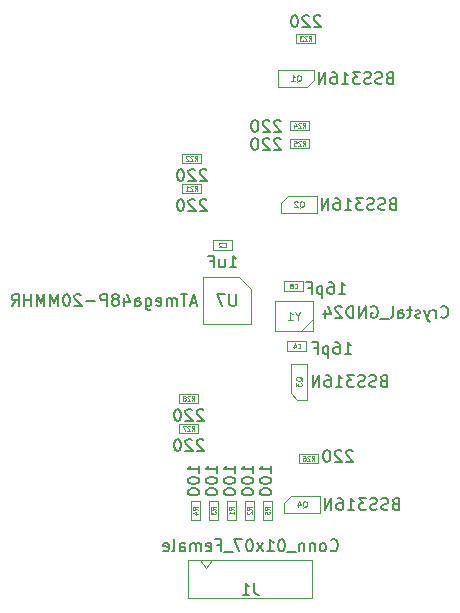
<source format=gbr>
%TF.GenerationSoftware,KiCad,Pcbnew,5.1.9-73d0e3b20d~88~ubuntu20.04.1*%
%TF.CreationDate,2021-03-05T17:28:59-06:00*%
%TF.ProjectId,portalgun-display,706f7274-616c-4677-956e-2d646973706c,rev?*%
%TF.SameCoordinates,Original*%
%TF.FileFunction,Other,Fab,Bot*%
%FSLAX46Y46*%
G04 Gerber Fmt 4.6, Leading zero omitted, Abs format (unit mm)*
G04 Created by KiCad (PCBNEW 5.1.9-73d0e3b20d~88~ubuntu20.04.1) date 2021-03-05 17:28:59*
%MOMM*%
%LPD*%
G01*
G04 APERTURE LIST*
%ADD10C,0.100000*%
%ADD11C,0.150000*%
%ADD12C,0.075000*%
%ADD13C,0.060000*%
%ADD14C,0.105000*%
G04 APERTURE END LIST*
D10*
%TO.C,Q4*%
X134304700Y-118509000D02*
X134304700Y-119909000D01*
X131264700Y-119909000D02*
X134304700Y-119909000D01*
X131834700Y-118509000D02*
X131264700Y-119059000D01*
X131264700Y-119059000D02*
X131264700Y-119909000D01*
X131834700Y-118509000D02*
X134284700Y-118509000D01*
%TO.C,Q3*%
X131830700Y-107275000D02*
X133230700Y-107275000D01*
X133230700Y-110315000D02*
X133230700Y-107275000D01*
X131830700Y-109745000D02*
X132380700Y-110315000D01*
X132380700Y-110315000D02*
X133230700Y-110315000D01*
X131830700Y-109745000D02*
X131830700Y-107295000D01*
%TO.C,Q2*%
X134050700Y-93109000D02*
X134050700Y-94509000D01*
X131010700Y-94509000D02*
X134050700Y-94509000D01*
X131580700Y-93109000D02*
X131010700Y-93659000D01*
X131010700Y-93659000D02*
X131010700Y-94509000D01*
X131580700Y-93109000D02*
X134030700Y-93109000D01*
%TO.C,Q1*%
X130756700Y-83841000D02*
X130756700Y-82441000D01*
X133796700Y-82441000D02*
X130756700Y-82441000D01*
X133226700Y-83841000D02*
X133796700Y-83291000D01*
X133796700Y-83291000D02*
X133796700Y-82441000D01*
X133226700Y-83841000D02*
X130776700Y-83841000D01*
%TO.C,R5*%
X130276200Y-120517000D02*
X130276200Y-118917000D01*
X129451200Y-120517000D02*
X130276200Y-120517000D01*
X129451200Y-118917000D02*
X129451200Y-120517000D01*
X130276200Y-118917000D02*
X129451200Y-118917000D01*
%TO.C,J1*%
X124656700Y-124608107D02*
X125156700Y-123901000D01*
X124156700Y-123901000D02*
X124656700Y-124608107D01*
X133656700Y-127101000D02*
X123156700Y-127101000D01*
X133656700Y-123901000D02*
X133656700Y-127101000D01*
X123156700Y-123901000D02*
X133656700Y-123901000D01*
X123156700Y-127101000D02*
X123156700Y-123901000D01*
%TO.C,Y1*%
X133680000Y-102001000D02*
X133680000Y-104501000D01*
X133680000Y-104501000D02*
X130480000Y-104501000D01*
X130480000Y-104501000D02*
X130480000Y-102001000D01*
X130480000Y-102001000D02*
X133680000Y-102001000D01*
X133680000Y-103501000D02*
X132680000Y-104501000D01*
%TO.C,U7*%
X127434700Y-99937000D02*
X124434700Y-99937000D01*
X124434700Y-99937000D02*
X124434700Y-103937000D01*
X124434700Y-103937000D02*
X128434700Y-103937000D01*
X128434700Y-103937000D02*
X128434700Y-100937000D01*
X128434700Y-100937000D02*
X127434700Y-99937000D01*
%TO.C,R28*%
X123990000Y-110648500D02*
X123990000Y-109823500D01*
X123990000Y-109823500D02*
X122390000Y-109823500D01*
X122390000Y-109823500D02*
X122390000Y-110648500D01*
X122390000Y-110648500D02*
X123990000Y-110648500D01*
%TO.C,R27*%
X123990000Y-113188500D02*
X123990000Y-112363500D01*
X123990000Y-112363500D02*
X122390000Y-112363500D01*
X122390000Y-112363500D02*
X122390000Y-113188500D01*
X122390000Y-113188500D02*
X123990000Y-113188500D01*
%TO.C,R26*%
X132550000Y-114903500D02*
X132550000Y-115728500D01*
X132550000Y-115728500D02*
X134150000Y-115728500D01*
X134150000Y-115728500D02*
X134150000Y-114903500D01*
X134150000Y-114903500D02*
X132550000Y-114903500D01*
%TO.C,R25*%
X131788000Y-88233500D02*
X131788000Y-89058500D01*
X131788000Y-89058500D02*
X133388000Y-89058500D01*
X133388000Y-89058500D02*
X133388000Y-88233500D01*
X133388000Y-88233500D02*
X131788000Y-88233500D01*
%TO.C,R24*%
X131788000Y-86709500D02*
X131788000Y-87534500D01*
X131788000Y-87534500D02*
X133388000Y-87534500D01*
X133388000Y-87534500D02*
X133388000Y-86709500D01*
X133388000Y-86709500D02*
X131788000Y-86709500D01*
%TO.C,R23*%
X132296000Y-79343500D02*
X132296000Y-80168500D01*
X132296000Y-80168500D02*
X133896000Y-80168500D01*
X133896000Y-80168500D02*
X133896000Y-79343500D01*
X133896000Y-79343500D02*
X132296000Y-79343500D01*
%TO.C,R22*%
X124244000Y-90328500D02*
X124244000Y-89503500D01*
X124244000Y-89503500D02*
X122644000Y-89503500D01*
X122644000Y-89503500D02*
X122644000Y-90328500D01*
X122644000Y-90328500D02*
X124244000Y-90328500D01*
%TO.C,R21*%
X124244000Y-92868500D02*
X124244000Y-92043500D01*
X124244000Y-92043500D02*
X122644000Y-92043500D01*
X122644000Y-92043500D02*
X122644000Y-92868500D01*
X122644000Y-92868500D02*
X124244000Y-92868500D01*
%TO.C,R4*%
X124180200Y-118917000D02*
X123355200Y-118917000D01*
X123355200Y-118917000D02*
X123355200Y-120517000D01*
X123355200Y-120517000D02*
X124180200Y-120517000D01*
X124180200Y-120517000D02*
X124180200Y-118917000D01*
%TO.C,R3*%
X125704200Y-118917000D02*
X124879200Y-118917000D01*
X124879200Y-118917000D02*
X124879200Y-120517000D01*
X124879200Y-120517000D02*
X125704200Y-120517000D01*
X125704200Y-120517000D02*
X125704200Y-118917000D01*
%TO.C,R2*%
X128752200Y-118917000D02*
X127927200Y-118917000D01*
X127927200Y-118917000D02*
X127927200Y-120517000D01*
X127927200Y-120517000D02*
X128752200Y-120517000D01*
X128752200Y-120517000D02*
X128752200Y-118917000D01*
%TO.C,R1*%
X127228200Y-118917000D02*
X126403200Y-118917000D01*
X126403200Y-118917000D02*
X126403200Y-120517000D01*
X126403200Y-120517000D02*
X127228200Y-120517000D01*
X127228200Y-120517000D02*
X127228200Y-118917000D01*
%TO.C,C8*%
X131280000Y-100311000D02*
X131280000Y-101111000D01*
X131280000Y-101111000D02*
X132880000Y-101111000D01*
X132880000Y-101111000D02*
X132880000Y-100311000D01*
X132880000Y-100311000D02*
X131280000Y-100311000D01*
%TO.C,C4*%
X133134000Y-106191000D02*
X133134000Y-105391000D01*
X133134000Y-105391000D02*
X131534000Y-105391000D01*
X131534000Y-105391000D02*
X131534000Y-106191000D01*
X131534000Y-106191000D02*
X133134000Y-106191000D01*
%TO.C,C2*%
X126853700Y-97638000D02*
X126853700Y-96838000D01*
X126853700Y-96838000D02*
X125253700Y-96838000D01*
X125253700Y-96838000D02*
X125253700Y-97638000D01*
X125253700Y-97638000D02*
X126853700Y-97638000D01*
%TD*%
%TO.C,Q4*%
D11*
X140698033Y-119137571D02*
X140555176Y-119185190D01*
X140507557Y-119232809D01*
X140459938Y-119328047D01*
X140459938Y-119470904D01*
X140507557Y-119566142D01*
X140555176Y-119613761D01*
X140650414Y-119661380D01*
X141031366Y-119661380D01*
X141031366Y-118661380D01*
X140698033Y-118661380D01*
X140602795Y-118709000D01*
X140555176Y-118756619D01*
X140507557Y-118851857D01*
X140507557Y-118947095D01*
X140555176Y-119042333D01*
X140602795Y-119089952D01*
X140698033Y-119137571D01*
X141031366Y-119137571D01*
X140078985Y-119613761D02*
X139936128Y-119661380D01*
X139698033Y-119661380D01*
X139602795Y-119613761D01*
X139555176Y-119566142D01*
X139507557Y-119470904D01*
X139507557Y-119375666D01*
X139555176Y-119280428D01*
X139602795Y-119232809D01*
X139698033Y-119185190D01*
X139888509Y-119137571D01*
X139983747Y-119089952D01*
X140031366Y-119042333D01*
X140078985Y-118947095D01*
X140078985Y-118851857D01*
X140031366Y-118756619D01*
X139983747Y-118709000D01*
X139888509Y-118661380D01*
X139650414Y-118661380D01*
X139507557Y-118709000D01*
X139126604Y-119613761D02*
X138983747Y-119661380D01*
X138745652Y-119661380D01*
X138650414Y-119613761D01*
X138602795Y-119566142D01*
X138555176Y-119470904D01*
X138555176Y-119375666D01*
X138602795Y-119280428D01*
X138650414Y-119232809D01*
X138745652Y-119185190D01*
X138936128Y-119137571D01*
X139031366Y-119089952D01*
X139078985Y-119042333D01*
X139126604Y-118947095D01*
X139126604Y-118851857D01*
X139078985Y-118756619D01*
X139031366Y-118709000D01*
X138936128Y-118661380D01*
X138698033Y-118661380D01*
X138555176Y-118709000D01*
X138221842Y-118661380D02*
X137602795Y-118661380D01*
X137936128Y-119042333D01*
X137793271Y-119042333D01*
X137698033Y-119089952D01*
X137650414Y-119137571D01*
X137602795Y-119232809D01*
X137602795Y-119470904D01*
X137650414Y-119566142D01*
X137698033Y-119613761D01*
X137793271Y-119661380D01*
X138078985Y-119661380D01*
X138174223Y-119613761D01*
X138221842Y-119566142D01*
X136650414Y-119661380D02*
X137221842Y-119661380D01*
X136936128Y-119661380D02*
X136936128Y-118661380D01*
X137031366Y-118804238D01*
X137126604Y-118899476D01*
X137221842Y-118947095D01*
X135793271Y-118661380D02*
X135983747Y-118661380D01*
X136078985Y-118709000D01*
X136126604Y-118756619D01*
X136221842Y-118899476D01*
X136269461Y-119089952D01*
X136269461Y-119470904D01*
X136221842Y-119566142D01*
X136174223Y-119613761D01*
X136078985Y-119661380D01*
X135888509Y-119661380D01*
X135793271Y-119613761D01*
X135745652Y-119566142D01*
X135698033Y-119470904D01*
X135698033Y-119232809D01*
X135745652Y-119137571D01*
X135793271Y-119089952D01*
X135888509Y-119042333D01*
X136078985Y-119042333D01*
X136174223Y-119089952D01*
X136221842Y-119137571D01*
X136269461Y-119232809D01*
X135269461Y-119661380D02*
X135269461Y-118661380D01*
X134698033Y-119661380D01*
X134698033Y-118661380D01*
D12*
X132832319Y-119482809D02*
X132879938Y-119459000D01*
X132927557Y-119411380D01*
X132998985Y-119339952D01*
X133046604Y-119316142D01*
X133094223Y-119316142D01*
X133070414Y-119435190D02*
X133118033Y-119411380D01*
X133165652Y-119363761D01*
X133189461Y-119268523D01*
X133189461Y-119101857D01*
X133165652Y-119006619D01*
X133118033Y-118959000D01*
X133070414Y-118935190D01*
X132975176Y-118935190D01*
X132927557Y-118959000D01*
X132879938Y-119006619D01*
X132856128Y-119101857D01*
X132856128Y-119268523D01*
X132879938Y-119363761D01*
X132927557Y-119411380D01*
X132975176Y-119435190D01*
X133070414Y-119435190D01*
X132427557Y-119101857D02*
X132427557Y-119435190D01*
X132546604Y-118911380D02*
X132665652Y-119268523D01*
X132356128Y-119268523D01*
%TO.C,Q3*%
D11*
X139682033Y-108723571D02*
X139539176Y-108771190D01*
X139491557Y-108818809D01*
X139443938Y-108914047D01*
X139443938Y-109056904D01*
X139491557Y-109152142D01*
X139539176Y-109199761D01*
X139634414Y-109247380D01*
X140015366Y-109247380D01*
X140015366Y-108247380D01*
X139682033Y-108247380D01*
X139586795Y-108295000D01*
X139539176Y-108342619D01*
X139491557Y-108437857D01*
X139491557Y-108533095D01*
X139539176Y-108628333D01*
X139586795Y-108675952D01*
X139682033Y-108723571D01*
X140015366Y-108723571D01*
X139062985Y-109199761D02*
X138920128Y-109247380D01*
X138682033Y-109247380D01*
X138586795Y-109199761D01*
X138539176Y-109152142D01*
X138491557Y-109056904D01*
X138491557Y-108961666D01*
X138539176Y-108866428D01*
X138586795Y-108818809D01*
X138682033Y-108771190D01*
X138872509Y-108723571D01*
X138967747Y-108675952D01*
X139015366Y-108628333D01*
X139062985Y-108533095D01*
X139062985Y-108437857D01*
X139015366Y-108342619D01*
X138967747Y-108295000D01*
X138872509Y-108247380D01*
X138634414Y-108247380D01*
X138491557Y-108295000D01*
X138110604Y-109199761D02*
X137967747Y-109247380D01*
X137729652Y-109247380D01*
X137634414Y-109199761D01*
X137586795Y-109152142D01*
X137539176Y-109056904D01*
X137539176Y-108961666D01*
X137586795Y-108866428D01*
X137634414Y-108818809D01*
X137729652Y-108771190D01*
X137920128Y-108723571D01*
X138015366Y-108675952D01*
X138062985Y-108628333D01*
X138110604Y-108533095D01*
X138110604Y-108437857D01*
X138062985Y-108342619D01*
X138015366Y-108295000D01*
X137920128Y-108247380D01*
X137682033Y-108247380D01*
X137539176Y-108295000D01*
X137205842Y-108247380D02*
X136586795Y-108247380D01*
X136920128Y-108628333D01*
X136777271Y-108628333D01*
X136682033Y-108675952D01*
X136634414Y-108723571D01*
X136586795Y-108818809D01*
X136586795Y-109056904D01*
X136634414Y-109152142D01*
X136682033Y-109199761D01*
X136777271Y-109247380D01*
X137062985Y-109247380D01*
X137158223Y-109199761D01*
X137205842Y-109152142D01*
X135634414Y-109247380D02*
X136205842Y-109247380D01*
X135920128Y-109247380D02*
X135920128Y-108247380D01*
X136015366Y-108390238D01*
X136110604Y-108485476D01*
X136205842Y-108533095D01*
X134777271Y-108247380D02*
X134967747Y-108247380D01*
X135062985Y-108295000D01*
X135110604Y-108342619D01*
X135205842Y-108485476D01*
X135253461Y-108675952D01*
X135253461Y-109056904D01*
X135205842Y-109152142D01*
X135158223Y-109199761D01*
X135062985Y-109247380D01*
X134872509Y-109247380D01*
X134777271Y-109199761D01*
X134729652Y-109152142D01*
X134682033Y-109056904D01*
X134682033Y-108818809D01*
X134729652Y-108723571D01*
X134777271Y-108675952D01*
X134872509Y-108628333D01*
X135062985Y-108628333D01*
X135158223Y-108675952D01*
X135205842Y-108723571D01*
X135253461Y-108818809D01*
X134253461Y-109247380D02*
X134253461Y-108247380D01*
X133682033Y-109247380D01*
X133682033Y-108247380D01*
D12*
X132804509Y-108747380D02*
X132780700Y-108699761D01*
X132733080Y-108652142D01*
X132661652Y-108580714D01*
X132637842Y-108533095D01*
X132637842Y-108485476D01*
X132756890Y-108509285D02*
X132733080Y-108461666D01*
X132685461Y-108414047D01*
X132590223Y-108390238D01*
X132423557Y-108390238D01*
X132328319Y-108414047D01*
X132280700Y-108461666D01*
X132256890Y-108509285D01*
X132256890Y-108604523D01*
X132280700Y-108652142D01*
X132328319Y-108699761D01*
X132423557Y-108723571D01*
X132590223Y-108723571D01*
X132685461Y-108699761D01*
X132733080Y-108652142D01*
X132756890Y-108604523D01*
X132756890Y-108509285D01*
X132256890Y-108890238D02*
X132256890Y-109199761D01*
X132447366Y-109033095D01*
X132447366Y-109104523D01*
X132471176Y-109152142D01*
X132494985Y-109175952D01*
X132542604Y-109199761D01*
X132661652Y-109199761D01*
X132709271Y-109175952D01*
X132733080Y-109152142D01*
X132756890Y-109104523D01*
X132756890Y-108961666D01*
X132733080Y-108914047D01*
X132709271Y-108890238D01*
%TO.C,Q2*%
D11*
X140444033Y-93737571D02*
X140301176Y-93785190D01*
X140253557Y-93832809D01*
X140205938Y-93928047D01*
X140205938Y-94070904D01*
X140253557Y-94166142D01*
X140301176Y-94213761D01*
X140396414Y-94261380D01*
X140777366Y-94261380D01*
X140777366Y-93261380D01*
X140444033Y-93261380D01*
X140348795Y-93309000D01*
X140301176Y-93356619D01*
X140253557Y-93451857D01*
X140253557Y-93547095D01*
X140301176Y-93642333D01*
X140348795Y-93689952D01*
X140444033Y-93737571D01*
X140777366Y-93737571D01*
X139824985Y-94213761D02*
X139682128Y-94261380D01*
X139444033Y-94261380D01*
X139348795Y-94213761D01*
X139301176Y-94166142D01*
X139253557Y-94070904D01*
X139253557Y-93975666D01*
X139301176Y-93880428D01*
X139348795Y-93832809D01*
X139444033Y-93785190D01*
X139634509Y-93737571D01*
X139729747Y-93689952D01*
X139777366Y-93642333D01*
X139824985Y-93547095D01*
X139824985Y-93451857D01*
X139777366Y-93356619D01*
X139729747Y-93309000D01*
X139634509Y-93261380D01*
X139396414Y-93261380D01*
X139253557Y-93309000D01*
X138872604Y-94213761D02*
X138729747Y-94261380D01*
X138491652Y-94261380D01*
X138396414Y-94213761D01*
X138348795Y-94166142D01*
X138301176Y-94070904D01*
X138301176Y-93975666D01*
X138348795Y-93880428D01*
X138396414Y-93832809D01*
X138491652Y-93785190D01*
X138682128Y-93737571D01*
X138777366Y-93689952D01*
X138824985Y-93642333D01*
X138872604Y-93547095D01*
X138872604Y-93451857D01*
X138824985Y-93356619D01*
X138777366Y-93309000D01*
X138682128Y-93261380D01*
X138444033Y-93261380D01*
X138301176Y-93309000D01*
X137967842Y-93261380D02*
X137348795Y-93261380D01*
X137682128Y-93642333D01*
X137539271Y-93642333D01*
X137444033Y-93689952D01*
X137396414Y-93737571D01*
X137348795Y-93832809D01*
X137348795Y-94070904D01*
X137396414Y-94166142D01*
X137444033Y-94213761D01*
X137539271Y-94261380D01*
X137824985Y-94261380D01*
X137920223Y-94213761D01*
X137967842Y-94166142D01*
X136396414Y-94261380D02*
X136967842Y-94261380D01*
X136682128Y-94261380D02*
X136682128Y-93261380D01*
X136777366Y-93404238D01*
X136872604Y-93499476D01*
X136967842Y-93547095D01*
X135539271Y-93261380D02*
X135729747Y-93261380D01*
X135824985Y-93309000D01*
X135872604Y-93356619D01*
X135967842Y-93499476D01*
X136015461Y-93689952D01*
X136015461Y-94070904D01*
X135967842Y-94166142D01*
X135920223Y-94213761D01*
X135824985Y-94261380D01*
X135634509Y-94261380D01*
X135539271Y-94213761D01*
X135491652Y-94166142D01*
X135444033Y-94070904D01*
X135444033Y-93832809D01*
X135491652Y-93737571D01*
X135539271Y-93689952D01*
X135634509Y-93642333D01*
X135824985Y-93642333D01*
X135920223Y-93689952D01*
X135967842Y-93737571D01*
X136015461Y-93832809D01*
X135015461Y-94261380D02*
X135015461Y-93261380D01*
X134444033Y-94261380D01*
X134444033Y-93261380D01*
D12*
X132578319Y-94082809D02*
X132625938Y-94059000D01*
X132673557Y-94011380D01*
X132744985Y-93939952D01*
X132792604Y-93916142D01*
X132840223Y-93916142D01*
X132816414Y-94035190D02*
X132864033Y-94011380D01*
X132911652Y-93963761D01*
X132935461Y-93868523D01*
X132935461Y-93701857D01*
X132911652Y-93606619D01*
X132864033Y-93559000D01*
X132816414Y-93535190D01*
X132721176Y-93535190D01*
X132673557Y-93559000D01*
X132625938Y-93606619D01*
X132602128Y-93701857D01*
X132602128Y-93868523D01*
X132625938Y-93963761D01*
X132673557Y-94011380D01*
X132721176Y-94035190D01*
X132816414Y-94035190D01*
X132411652Y-93582809D02*
X132387842Y-93559000D01*
X132340223Y-93535190D01*
X132221176Y-93535190D01*
X132173557Y-93559000D01*
X132149747Y-93582809D01*
X132125938Y-93630428D01*
X132125938Y-93678047D01*
X132149747Y-93749476D01*
X132435461Y-94035190D01*
X132125938Y-94035190D01*
%TO.C,Q1*%
D11*
X140190033Y-83069571D02*
X140047176Y-83117190D01*
X139999557Y-83164809D01*
X139951938Y-83260047D01*
X139951938Y-83402904D01*
X139999557Y-83498142D01*
X140047176Y-83545761D01*
X140142414Y-83593380D01*
X140523366Y-83593380D01*
X140523366Y-82593380D01*
X140190033Y-82593380D01*
X140094795Y-82641000D01*
X140047176Y-82688619D01*
X139999557Y-82783857D01*
X139999557Y-82879095D01*
X140047176Y-82974333D01*
X140094795Y-83021952D01*
X140190033Y-83069571D01*
X140523366Y-83069571D01*
X139570985Y-83545761D02*
X139428128Y-83593380D01*
X139190033Y-83593380D01*
X139094795Y-83545761D01*
X139047176Y-83498142D01*
X138999557Y-83402904D01*
X138999557Y-83307666D01*
X139047176Y-83212428D01*
X139094795Y-83164809D01*
X139190033Y-83117190D01*
X139380509Y-83069571D01*
X139475747Y-83021952D01*
X139523366Y-82974333D01*
X139570985Y-82879095D01*
X139570985Y-82783857D01*
X139523366Y-82688619D01*
X139475747Y-82641000D01*
X139380509Y-82593380D01*
X139142414Y-82593380D01*
X138999557Y-82641000D01*
X138618604Y-83545761D02*
X138475747Y-83593380D01*
X138237652Y-83593380D01*
X138142414Y-83545761D01*
X138094795Y-83498142D01*
X138047176Y-83402904D01*
X138047176Y-83307666D01*
X138094795Y-83212428D01*
X138142414Y-83164809D01*
X138237652Y-83117190D01*
X138428128Y-83069571D01*
X138523366Y-83021952D01*
X138570985Y-82974333D01*
X138618604Y-82879095D01*
X138618604Y-82783857D01*
X138570985Y-82688619D01*
X138523366Y-82641000D01*
X138428128Y-82593380D01*
X138190033Y-82593380D01*
X138047176Y-82641000D01*
X137713842Y-82593380D02*
X137094795Y-82593380D01*
X137428128Y-82974333D01*
X137285271Y-82974333D01*
X137190033Y-83021952D01*
X137142414Y-83069571D01*
X137094795Y-83164809D01*
X137094795Y-83402904D01*
X137142414Y-83498142D01*
X137190033Y-83545761D01*
X137285271Y-83593380D01*
X137570985Y-83593380D01*
X137666223Y-83545761D01*
X137713842Y-83498142D01*
X136142414Y-83593380D02*
X136713842Y-83593380D01*
X136428128Y-83593380D02*
X136428128Y-82593380D01*
X136523366Y-82736238D01*
X136618604Y-82831476D01*
X136713842Y-82879095D01*
X135285271Y-82593380D02*
X135475747Y-82593380D01*
X135570985Y-82641000D01*
X135618604Y-82688619D01*
X135713842Y-82831476D01*
X135761461Y-83021952D01*
X135761461Y-83402904D01*
X135713842Y-83498142D01*
X135666223Y-83545761D01*
X135570985Y-83593380D01*
X135380509Y-83593380D01*
X135285271Y-83545761D01*
X135237652Y-83498142D01*
X135190033Y-83402904D01*
X135190033Y-83164809D01*
X135237652Y-83069571D01*
X135285271Y-83021952D01*
X135380509Y-82974333D01*
X135570985Y-82974333D01*
X135666223Y-83021952D01*
X135713842Y-83069571D01*
X135761461Y-83164809D01*
X134761461Y-83593380D02*
X134761461Y-82593380D01*
X134190033Y-83593380D01*
X134190033Y-82593380D01*
D12*
X132324319Y-83414809D02*
X132371938Y-83391000D01*
X132419557Y-83343380D01*
X132490985Y-83271952D01*
X132538604Y-83248142D01*
X132586223Y-83248142D01*
X132562414Y-83367190D02*
X132610033Y-83343380D01*
X132657652Y-83295761D01*
X132681461Y-83200523D01*
X132681461Y-83033857D01*
X132657652Y-82938619D01*
X132610033Y-82891000D01*
X132562414Y-82867190D01*
X132467176Y-82867190D01*
X132419557Y-82891000D01*
X132371938Y-82938619D01*
X132348128Y-83033857D01*
X132348128Y-83200523D01*
X132371938Y-83295761D01*
X132419557Y-83343380D01*
X132467176Y-83367190D01*
X132562414Y-83367190D01*
X131871938Y-83367190D02*
X132157652Y-83367190D01*
X132014795Y-83367190D02*
X132014795Y-82867190D01*
X132062414Y-82938619D01*
X132110033Y-82986238D01*
X132157652Y-83010047D01*
%TO.C,R5*%
D11*
X130189080Y-116510333D02*
X130189080Y-115938904D01*
X130189080Y-116224619D02*
X129189080Y-116224619D01*
X129331938Y-116129380D01*
X129427176Y-116034142D01*
X129474795Y-115938904D01*
X129189080Y-117129380D02*
X129189080Y-117224619D01*
X129236700Y-117319857D01*
X129284319Y-117367476D01*
X129379557Y-117415095D01*
X129570033Y-117462714D01*
X129808128Y-117462714D01*
X129998604Y-117415095D01*
X130093842Y-117367476D01*
X130141461Y-117319857D01*
X130189080Y-117224619D01*
X130189080Y-117129380D01*
X130141461Y-117034142D01*
X130093842Y-116986523D01*
X129998604Y-116938904D01*
X129808128Y-116891285D01*
X129570033Y-116891285D01*
X129379557Y-116938904D01*
X129284319Y-116986523D01*
X129236700Y-117034142D01*
X129189080Y-117129380D01*
X129189080Y-118081761D02*
X129189080Y-118177000D01*
X129236700Y-118272238D01*
X129284319Y-118319857D01*
X129379557Y-118367476D01*
X129570033Y-118415095D01*
X129808128Y-118415095D01*
X129998604Y-118367476D01*
X130093842Y-118319857D01*
X130141461Y-118272238D01*
X130189080Y-118177000D01*
X130189080Y-118081761D01*
X130141461Y-117986523D01*
X130093842Y-117938904D01*
X129998604Y-117891285D01*
X129808128Y-117843666D01*
X129570033Y-117843666D01*
X129379557Y-117891285D01*
X129284319Y-117938904D01*
X129236700Y-117986523D01*
X129189080Y-118081761D01*
D13*
X130044652Y-119650333D02*
X129854176Y-119517000D01*
X130044652Y-119421761D02*
X129644652Y-119421761D01*
X129644652Y-119574142D01*
X129663700Y-119612238D01*
X129682747Y-119631285D01*
X129720842Y-119650333D01*
X129777985Y-119650333D01*
X129816080Y-119631285D01*
X129835128Y-119612238D01*
X129854176Y-119574142D01*
X129854176Y-119421761D01*
X129644652Y-120012238D02*
X129644652Y-119821761D01*
X129835128Y-119802714D01*
X129816080Y-119821761D01*
X129797033Y-119859857D01*
X129797033Y-119955095D01*
X129816080Y-119993190D01*
X129835128Y-120012238D01*
X129873223Y-120031285D01*
X129968461Y-120031285D01*
X130006557Y-120012238D01*
X130025604Y-119993190D01*
X130044652Y-119955095D01*
X130044652Y-119859857D01*
X130025604Y-119821761D01*
X130006557Y-119802714D01*
%TO.C,J1*%
D11*
X135192414Y-123058142D02*
X135240033Y-123105761D01*
X135382890Y-123153380D01*
X135478128Y-123153380D01*
X135620985Y-123105761D01*
X135716223Y-123010523D01*
X135763842Y-122915285D01*
X135811461Y-122724809D01*
X135811461Y-122581952D01*
X135763842Y-122391476D01*
X135716223Y-122296238D01*
X135620985Y-122201000D01*
X135478128Y-122153380D01*
X135382890Y-122153380D01*
X135240033Y-122201000D01*
X135192414Y-122248619D01*
X134620985Y-123153380D02*
X134716223Y-123105761D01*
X134763842Y-123058142D01*
X134811461Y-122962904D01*
X134811461Y-122677190D01*
X134763842Y-122581952D01*
X134716223Y-122534333D01*
X134620985Y-122486714D01*
X134478128Y-122486714D01*
X134382890Y-122534333D01*
X134335271Y-122581952D01*
X134287652Y-122677190D01*
X134287652Y-122962904D01*
X134335271Y-123058142D01*
X134382890Y-123105761D01*
X134478128Y-123153380D01*
X134620985Y-123153380D01*
X133859080Y-122486714D02*
X133859080Y-123153380D01*
X133859080Y-122581952D02*
X133811461Y-122534333D01*
X133716223Y-122486714D01*
X133573366Y-122486714D01*
X133478128Y-122534333D01*
X133430509Y-122629571D01*
X133430509Y-123153380D01*
X132954319Y-122486714D02*
X132954319Y-123153380D01*
X132954319Y-122581952D02*
X132906700Y-122534333D01*
X132811461Y-122486714D01*
X132668604Y-122486714D01*
X132573366Y-122534333D01*
X132525747Y-122629571D01*
X132525747Y-123153380D01*
X132287652Y-123248619D02*
X131525747Y-123248619D01*
X131097176Y-122153380D02*
X131001938Y-122153380D01*
X130906700Y-122201000D01*
X130859080Y-122248619D01*
X130811461Y-122343857D01*
X130763842Y-122534333D01*
X130763842Y-122772428D01*
X130811461Y-122962904D01*
X130859080Y-123058142D01*
X130906700Y-123105761D01*
X131001938Y-123153380D01*
X131097176Y-123153380D01*
X131192414Y-123105761D01*
X131240033Y-123058142D01*
X131287652Y-122962904D01*
X131335271Y-122772428D01*
X131335271Y-122534333D01*
X131287652Y-122343857D01*
X131240033Y-122248619D01*
X131192414Y-122201000D01*
X131097176Y-122153380D01*
X129811461Y-123153380D02*
X130382890Y-123153380D01*
X130097176Y-123153380D02*
X130097176Y-122153380D01*
X130192414Y-122296238D01*
X130287652Y-122391476D01*
X130382890Y-122439095D01*
X129478128Y-123153380D02*
X128954319Y-122486714D01*
X129478128Y-122486714D02*
X128954319Y-123153380D01*
X128382890Y-122153380D02*
X128287652Y-122153380D01*
X128192414Y-122201000D01*
X128144795Y-122248619D01*
X128097176Y-122343857D01*
X128049557Y-122534333D01*
X128049557Y-122772428D01*
X128097176Y-122962904D01*
X128144795Y-123058142D01*
X128192414Y-123105761D01*
X128287652Y-123153380D01*
X128382890Y-123153380D01*
X128478128Y-123105761D01*
X128525747Y-123058142D01*
X128573366Y-122962904D01*
X128620985Y-122772428D01*
X128620985Y-122534333D01*
X128573366Y-122343857D01*
X128525747Y-122248619D01*
X128478128Y-122201000D01*
X128382890Y-122153380D01*
X127716223Y-122153380D02*
X127049557Y-122153380D01*
X127478128Y-123153380D01*
X126906700Y-123248619D02*
X126144795Y-123248619D01*
X125573366Y-122629571D02*
X125906700Y-122629571D01*
X125906700Y-123153380D02*
X125906700Y-122153380D01*
X125430509Y-122153380D01*
X124668604Y-123105761D02*
X124763842Y-123153380D01*
X124954319Y-123153380D01*
X125049557Y-123105761D01*
X125097176Y-123010523D01*
X125097176Y-122629571D01*
X125049557Y-122534333D01*
X124954319Y-122486714D01*
X124763842Y-122486714D01*
X124668604Y-122534333D01*
X124620985Y-122629571D01*
X124620985Y-122724809D01*
X125097176Y-122820047D01*
X124192414Y-123153380D02*
X124192414Y-122486714D01*
X124192414Y-122581952D02*
X124144795Y-122534333D01*
X124049557Y-122486714D01*
X123906700Y-122486714D01*
X123811461Y-122534333D01*
X123763842Y-122629571D01*
X123763842Y-123153380D01*
X123763842Y-122629571D02*
X123716223Y-122534333D01*
X123620985Y-122486714D01*
X123478128Y-122486714D01*
X123382890Y-122534333D01*
X123335271Y-122629571D01*
X123335271Y-123153380D01*
X122430509Y-123153380D02*
X122430509Y-122629571D01*
X122478128Y-122534333D01*
X122573366Y-122486714D01*
X122763842Y-122486714D01*
X122859080Y-122534333D01*
X122430509Y-123105761D02*
X122525747Y-123153380D01*
X122763842Y-123153380D01*
X122859080Y-123105761D01*
X122906700Y-123010523D01*
X122906700Y-122915285D01*
X122859080Y-122820047D01*
X122763842Y-122772428D01*
X122525747Y-122772428D01*
X122430509Y-122724809D01*
X121811461Y-123153380D02*
X121906700Y-123105761D01*
X121954319Y-123010523D01*
X121954319Y-122153380D01*
X121049557Y-123105761D02*
X121144795Y-123153380D01*
X121335271Y-123153380D01*
X121430509Y-123105761D01*
X121478128Y-123010523D01*
X121478128Y-122629571D01*
X121430509Y-122534333D01*
X121335271Y-122486714D01*
X121144795Y-122486714D01*
X121049557Y-122534333D01*
X121001938Y-122629571D01*
X121001938Y-122724809D01*
X121478128Y-122820047D01*
X128740033Y-125853380D02*
X128740033Y-126567666D01*
X128787652Y-126710523D01*
X128882890Y-126805761D01*
X129025747Y-126853380D01*
X129120985Y-126853380D01*
X127740033Y-126853380D02*
X128311461Y-126853380D01*
X128025747Y-126853380D02*
X128025747Y-125853380D01*
X128120985Y-125996238D01*
X128216223Y-126091476D01*
X128311461Y-126139095D01*
%TO.C,Y1*%
X144539557Y-103310142D02*
X144587176Y-103357761D01*
X144730033Y-103405380D01*
X144825271Y-103405380D01*
X144968128Y-103357761D01*
X145063366Y-103262523D01*
X145110985Y-103167285D01*
X145158604Y-102976809D01*
X145158604Y-102833952D01*
X145110985Y-102643476D01*
X145063366Y-102548238D01*
X144968128Y-102453000D01*
X144825271Y-102405380D01*
X144730033Y-102405380D01*
X144587176Y-102453000D01*
X144539557Y-102500619D01*
X144110985Y-103405380D02*
X144110985Y-102738714D01*
X144110985Y-102929190D02*
X144063366Y-102833952D01*
X144015747Y-102786333D01*
X143920509Y-102738714D01*
X143825271Y-102738714D01*
X143587176Y-102738714D02*
X143349080Y-103405380D01*
X143110985Y-102738714D02*
X143349080Y-103405380D01*
X143444319Y-103643476D01*
X143491938Y-103691095D01*
X143587176Y-103738714D01*
X142777652Y-103357761D02*
X142682414Y-103405380D01*
X142491938Y-103405380D01*
X142396700Y-103357761D01*
X142349080Y-103262523D01*
X142349080Y-103214904D01*
X142396700Y-103119666D01*
X142491938Y-103072047D01*
X142634795Y-103072047D01*
X142730033Y-103024428D01*
X142777652Y-102929190D01*
X142777652Y-102881571D01*
X142730033Y-102786333D01*
X142634795Y-102738714D01*
X142491938Y-102738714D01*
X142396700Y-102786333D01*
X142063366Y-102738714D02*
X141682414Y-102738714D01*
X141920509Y-102405380D02*
X141920509Y-103262523D01*
X141872890Y-103357761D01*
X141777652Y-103405380D01*
X141682414Y-103405380D01*
X140920509Y-103405380D02*
X140920509Y-102881571D01*
X140968128Y-102786333D01*
X141063366Y-102738714D01*
X141253842Y-102738714D01*
X141349080Y-102786333D01*
X140920509Y-103357761D02*
X141015747Y-103405380D01*
X141253842Y-103405380D01*
X141349080Y-103357761D01*
X141396700Y-103262523D01*
X141396700Y-103167285D01*
X141349080Y-103072047D01*
X141253842Y-103024428D01*
X141015747Y-103024428D01*
X140920509Y-102976809D01*
X140301461Y-103405380D02*
X140396700Y-103357761D01*
X140444319Y-103262523D01*
X140444319Y-102405380D01*
X140158604Y-103500619D02*
X139396700Y-103500619D01*
X138634795Y-102453000D02*
X138730033Y-102405380D01*
X138872890Y-102405380D01*
X139015747Y-102453000D01*
X139110985Y-102548238D01*
X139158604Y-102643476D01*
X139206223Y-102833952D01*
X139206223Y-102976809D01*
X139158604Y-103167285D01*
X139110985Y-103262523D01*
X139015747Y-103357761D01*
X138872890Y-103405380D01*
X138777652Y-103405380D01*
X138634795Y-103357761D01*
X138587176Y-103310142D01*
X138587176Y-102976809D01*
X138777652Y-102976809D01*
X138158604Y-103405380D02*
X138158604Y-102405380D01*
X137587176Y-103405380D01*
X137587176Y-102405380D01*
X137110985Y-103405380D02*
X137110985Y-102405380D01*
X136872890Y-102405380D01*
X136730033Y-102453000D01*
X136634795Y-102548238D01*
X136587176Y-102643476D01*
X136539557Y-102833952D01*
X136539557Y-102976809D01*
X136587176Y-103167285D01*
X136634795Y-103262523D01*
X136730033Y-103357761D01*
X136872890Y-103405380D01*
X137110985Y-103405380D01*
X136158604Y-102500619D02*
X136110985Y-102453000D01*
X136015747Y-102405380D01*
X135777652Y-102405380D01*
X135682414Y-102453000D01*
X135634795Y-102500619D01*
X135587176Y-102595857D01*
X135587176Y-102691095D01*
X135634795Y-102833952D01*
X136206223Y-103405380D01*
X135587176Y-103405380D01*
X134730033Y-102738714D02*
X134730033Y-103405380D01*
X134968128Y-102357761D02*
X135206223Y-103072047D01*
X134587176Y-103072047D01*
D14*
X132413333Y-103234333D02*
X132413333Y-103567666D01*
X132646666Y-102867666D02*
X132413333Y-103234333D01*
X132180000Y-102867666D01*
X131580000Y-103567666D02*
X131980000Y-103567666D01*
X131780000Y-103567666D02*
X131780000Y-102867666D01*
X131846666Y-102967666D01*
X131913333Y-103034333D01*
X131980000Y-103067666D01*
%TO.C,U7*%
D11*
X123830223Y-102103666D02*
X123354033Y-102103666D01*
X123925461Y-102389380D02*
X123592128Y-101389380D01*
X123258795Y-102389380D01*
X123068319Y-101389380D02*
X122496890Y-101389380D01*
X122782604Y-102389380D02*
X122782604Y-101389380D01*
X122163557Y-102389380D02*
X122163557Y-101722714D01*
X122163557Y-101817952D02*
X122115938Y-101770333D01*
X122020700Y-101722714D01*
X121877842Y-101722714D01*
X121782604Y-101770333D01*
X121734985Y-101865571D01*
X121734985Y-102389380D01*
X121734985Y-101865571D02*
X121687366Y-101770333D01*
X121592128Y-101722714D01*
X121449271Y-101722714D01*
X121354033Y-101770333D01*
X121306414Y-101865571D01*
X121306414Y-102389380D01*
X120449271Y-102341761D02*
X120544509Y-102389380D01*
X120734985Y-102389380D01*
X120830223Y-102341761D01*
X120877842Y-102246523D01*
X120877842Y-101865571D01*
X120830223Y-101770333D01*
X120734985Y-101722714D01*
X120544509Y-101722714D01*
X120449271Y-101770333D01*
X120401652Y-101865571D01*
X120401652Y-101960809D01*
X120877842Y-102056047D01*
X119544509Y-101722714D02*
X119544509Y-102532238D01*
X119592128Y-102627476D01*
X119639747Y-102675095D01*
X119734985Y-102722714D01*
X119877842Y-102722714D01*
X119973080Y-102675095D01*
X119544509Y-102341761D02*
X119639747Y-102389380D01*
X119830223Y-102389380D01*
X119925461Y-102341761D01*
X119973080Y-102294142D01*
X120020700Y-102198904D01*
X120020700Y-101913190D01*
X119973080Y-101817952D01*
X119925461Y-101770333D01*
X119830223Y-101722714D01*
X119639747Y-101722714D01*
X119544509Y-101770333D01*
X118639747Y-102389380D02*
X118639747Y-101865571D01*
X118687366Y-101770333D01*
X118782604Y-101722714D01*
X118973080Y-101722714D01*
X119068319Y-101770333D01*
X118639747Y-102341761D02*
X118734985Y-102389380D01*
X118973080Y-102389380D01*
X119068319Y-102341761D01*
X119115938Y-102246523D01*
X119115938Y-102151285D01*
X119068319Y-102056047D01*
X118973080Y-102008428D01*
X118734985Y-102008428D01*
X118639747Y-101960809D01*
X117734985Y-101722714D02*
X117734985Y-102389380D01*
X117973080Y-101341761D02*
X118211176Y-102056047D01*
X117592128Y-102056047D01*
X117068319Y-101817952D02*
X117163557Y-101770333D01*
X117211176Y-101722714D01*
X117258795Y-101627476D01*
X117258795Y-101579857D01*
X117211176Y-101484619D01*
X117163557Y-101437000D01*
X117068319Y-101389380D01*
X116877842Y-101389380D01*
X116782604Y-101437000D01*
X116734985Y-101484619D01*
X116687366Y-101579857D01*
X116687366Y-101627476D01*
X116734985Y-101722714D01*
X116782604Y-101770333D01*
X116877842Y-101817952D01*
X117068319Y-101817952D01*
X117163557Y-101865571D01*
X117211176Y-101913190D01*
X117258795Y-102008428D01*
X117258795Y-102198904D01*
X117211176Y-102294142D01*
X117163557Y-102341761D01*
X117068319Y-102389380D01*
X116877842Y-102389380D01*
X116782604Y-102341761D01*
X116734985Y-102294142D01*
X116687366Y-102198904D01*
X116687366Y-102008428D01*
X116734985Y-101913190D01*
X116782604Y-101865571D01*
X116877842Y-101817952D01*
X116258795Y-102389380D02*
X116258795Y-101389380D01*
X115877842Y-101389380D01*
X115782604Y-101437000D01*
X115734985Y-101484619D01*
X115687366Y-101579857D01*
X115687366Y-101722714D01*
X115734985Y-101817952D01*
X115782604Y-101865571D01*
X115877842Y-101913190D01*
X116258795Y-101913190D01*
X115258795Y-102008428D02*
X114496890Y-102008428D01*
X114068319Y-101484619D02*
X114020700Y-101437000D01*
X113925461Y-101389380D01*
X113687366Y-101389380D01*
X113592128Y-101437000D01*
X113544509Y-101484619D01*
X113496890Y-101579857D01*
X113496890Y-101675095D01*
X113544509Y-101817952D01*
X114115938Y-102389380D01*
X113496890Y-102389380D01*
X112877842Y-101389380D02*
X112782604Y-101389380D01*
X112687366Y-101437000D01*
X112639747Y-101484619D01*
X112592128Y-101579857D01*
X112544509Y-101770333D01*
X112544509Y-102008428D01*
X112592128Y-102198904D01*
X112639747Y-102294142D01*
X112687366Y-102341761D01*
X112782604Y-102389380D01*
X112877842Y-102389380D01*
X112973080Y-102341761D01*
X113020700Y-102294142D01*
X113068319Y-102198904D01*
X113115938Y-102008428D01*
X113115938Y-101770333D01*
X113068319Y-101579857D01*
X113020700Y-101484619D01*
X112973080Y-101437000D01*
X112877842Y-101389380D01*
X112115938Y-102389380D02*
X112115938Y-101389380D01*
X111782604Y-102103666D01*
X111449271Y-101389380D01*
X111449271Y-102389380D01*
X110973080Y-102389380D02*
X110973080Y-101389380D01*
X110639747Y-102103666D01*
X110306414Y-101389380D01*
X110306414Y-102389380D01*
X109830223Y-102389380D02*
X109830223Y-101389380D01*
X109830223Y-101865571D02*
X109258795Y-101865571D01*
X109258795Y-102389380D02*
X109258795Y-101389380D01*
X108211176Y-102389380D02*
X108544509Y-101913190D01*
X108782604Y-102389380D02*
X108782604Y-101389380D01*
X108401652Y-101389380D01*
X108306414Y-101437000D01*
X108258795Y-101484619D01*
X108211176Y-101579857D01*
X108211176Y-101722714D01*
X108258795Y-101817952D01*
X108306414Y-101865571D01*
X108401652Y-101913190D01*
X108782604Y-101913190D01*
X127196604Y-101389380D02*
X127196604Y-102198904D01*
X127148985Y-102294142D01*
X127101366Y-102341761D01*
X127006128Y-102389380D01*
X126815652Y-102389380D01*
X126720414Y-102341761D01*
X126672795Y-102294142D01*
X126625176Y-102198904D01*
X126625176Y-101389380D01*
X126244223Y-101389380D02*
X125577557Y-101389380D01*
X126006128Y-102389380D01*
%TO.C,R28*%
X124428095Y-111213619D02*
X124380476Y-111166000D01*
X124285238Y-111118380D01*
X124047142Y-111118380D01*
X123951904Y-111166000D01*
X123904285Y-111213619D01*
X123856666Y-111308857D01*
X123856666Y-111404095D01*
X123904285Y-111546952D01*
X124475714Y-112118380D01*
X123856666Y-112118380D01*
X123475714Y-111213619D02*
X123428095Y-111166000D01*
X123332857Y-111118380D01*
X123094761Y-111118380D01*
X122999523Y-111166000D01*
X122951904Y-111213619D01*
X122904285Y-111308857D01*
X122904285Y-111404095D01*
X122951904Y-111546952D01*
X123523333Y-112118380D01*
X122904285Y-112118380D01*
X122285238Y-111118380D02*
X122190000Y-111118380D01*
X122094761Y-111166000D01*
X122047142Y-111213619D01*
X121999523Y-111308857D01*
X121951904Y-111499333D01*
X121951904Y-111737428D01*
X121999523Y-111927904D01*
X122047142Y-112023142D01*
X122094761Y-112070761D01*
X122190000Y-112118380D01*
X122285238Y-112118380D01*
X122380476Y-112070761D01*
X122428095Y-112023142D01*
X122475714Y-111927904D01*
X122523333Y-111737428D01*
X122523333Y-111499333D01*
X122475714Y-111308857D01*
X122428095Y-111213619D01*
X122380476Y-111166000D01*
X122285238Y-111118380D01*
D13*
X123447142Y-110416952D02*
X123580476Y-110226476D01*
X123675714Y-110416952D02*
X123675714Y-110016952D01*
X123523333Y-110016952D01*
X123485238Y-110036000D01*
X123466190Y-110055047D01*
X123447142Y-110093142D01*
X123447142Y-110150285D01*
X123466190Y-110188380D01*
X123485238Y-110207428D01*
X123523333Y-110226476D01*
X123675714Y-110226476D01*
X123294761Y-110055047D02*
X123275714Y-110036000D01*
X123237619Y-110016952D01*
X123142380Y-110016952D01*
X123104285Y-110036000D01*
X123085238Y-110055047D01*
X123066190Y-110093142D01*
X123066190Y-110131238D01*
X123085238Y-110188380D01*
X123313809Y-110416952D01*
X123066190Y-110416952D01*
X122837619Y-110188380D02*
X122875714Y-110169333D01*
X122894761Y-110150285D01*
X122913809Y-110112190D01*
X122913809Y-110093142D01*
X122894761Y-110055047D01*
X122875714Y-110036000D01*
X122837619Y-110016952D01*
X122761428Y-110016952D01*
X122723333Y-110036000D01*
X122704285Y-110055047D01*
X122685238Y-110093142D01*
X122685238Y-110112190D01*
X122704285Y-110150285D01*
X122723333Y-110169333D01*
X122761428Y-110188380D01*
X122837619Y-110188380D01*
X122875714Y-110207428D01*
X122894761Y-110226476D01*
X122913809Y-110264571D01*
X122913809Y-110340761D01*
X122894761Y-110378857D01*
X122875714Y-110397904D01*
X122837619Y-110416952D01*
X122761428Y-110416952D01*
X122723333Y-110397904D01*
X122704285Y-110378857D01*
X122685238Y-110340761D01*
X122685238Y-110264571D01*
X122704285Y-110226476D01*
X122723333Y-110207428D01*
X122761428Y-110188380D01*
%TO.C,R27*%
D11*
X124428095Y-113753619D02*
X124380476Y-113706000D01*
X124285238Y-113658380D01*
X124047142Y-113658380D01*
X123951904Y-113706000D01*
X123904285Y-113753619D01*
X123856666Y-113848857D01*
X123856666Y-113944095D01*
X123904285Y-114086952D01*
X124475714Y-114658380D01*
X123856666Y-114658380D01*
X123475714Y-113753619D02*
X123428095Y-113706000D01*
X123332857Y-113658380D01*
X123094761Y-113658380D01*
X122999523Y-113706000D01*
X122951904Y-113753619D01*
X122904285Y-113848857D01*
X122904285Y-113944095D01*
X122951904Y-114086952D01*
X123523333Y-114658380D01*
X122904285Y-114658380D01*
X122285238Y-113658380D02*
X122190000Y-113658380D01*
X122094761Y-113706000D01*
X122047142Y-113753619D01*
X121999523Y-113848857D01*
X121951904Y-114039333D01*
X121951904Y-114277428D01*
X121999523Y-114467904D01*
X122047142Y-114563142D01*
X122094761Y-114610761D01*
X122190000Y-114658380D01*
X122285238Y-114658380D01*
X122380476Y-114610761D01*
X122428095Y-114563142D01*
X122475714Y-114467904D01*
X122523333Y-114277428D01*
X122523333Y-114039333D01*
X122475714Y-113848857D01*
X122428095Y-113753619D01*
X122380476Y-113706000D01*
X122285238Y-113658380D01*
D13*
X123447142Y-112956952D02*
X123580476Y-112766476D01*
X123675714Y-112956952D02*
X123675714Y-112556952D01*
X123523333Y-112556952D01*
X123485238Y-112576000D01*
X123466190Y-112595047D01*
X123447142Y-112633142D01*
X123447142Y-112690285D01*
X123466190Y-112728380D01*
X123485238Y-112747428D01*
X123523333Y-112766476D01*
X123675714Y-112766476D01*
X123294761Y-112595047D02*
X123275714Y-112576000D01*
X123237619Y-112556952D01*
X123142380Y-112556952D01*
X123104285Y-112576000D01*
X123085238Y-112595047D01*
X123066190Y-112633142D01*
X123066190Y-112671238D01*
X123085238Y-112728380D01*
X123313809Y-112956952D01*
X123066190Y-112956952D01*
X122932857Y-112556952D02*
X122666190Y-112556952D01*
X122837619Y-112956952D01*
%TO.C,R26*%
D11*
X137070795Y-114692619D02*
X137023176Y-114645000D01*
X136927938Y-114597380D01*
X136689842Y-114597380D01*
X136594604Y-114645000D01*
X136546985Y-114692619D01*
X136499366Y-114787857D01*
X136499366Y-114883095D01*
X136546985Y-115025952D01*
X137118414Y-115597380D01*
X136499366Y-115597380D01*
X136118414Y-114692619D02*
X136070795Y-114645000D01*
X135975557Y-114597380D01*
X135737461Y-114597380D01*
X135642223Y-114645000D01*
X135594604Y-114692619D01*
X135546985Y-114787857D01*
X135546985Y-114883095D01*
X135594604Y-115025952D01*
X136166033Y-115597380D01*
X135546985Y-115597380D01*
X134927938Y-114597380D02*
X134832700Y-114597380D01*
X134737461Y-114645000D01*
X134689842Y-114692619D01*
X134642223Y-114787857D01*
X134594604Y-114978333D01*
X134594604Y-115216428D01*
X134642223Y-115406904D01*
X134689842Y-115502142D01*
X134737461Y-115549761D01*
X134832700Y-115597380D01*
X134927938Y-115597380D01*
X135023176Y-115549761D01*
X135070795Y-115502142D01*
X135118414Y-115406904D01*
X135166033Y-115216428D01*
X135166033Y-114978333D01*
X135118414Y-114787857D01*
X135070795Y-114692619D01*
X135023176Y-114645000D01*
X134927938Y-114597380D01*
D13*
X133607142Y-115496952D02*
X133740476Y-115306476D01*
X133835714Y-115496952D02*
X133835714Y-115096952D01*
X133683333Y-115096952D01*
X133645238Y-115116000D01*
X133626190Y-115135047D01*
X133607142Y-115173142D01*
X133607142Y-115230285D01*
X133626190Y-115268380D01*
X133645238Y-115287428D01*
X133683333Y-115306476D01*
X133835714Y-115306476D01*
X133454761Y-115135047D02*
X133435714Y-115116000D01*
X133397619Y-115096952D01*
X133302380Y-115096952D01*
X133264285Y-115116000D01*
X133245238Y-115135047D01*
X133226190Y-115173142D01*
X133226190Y-115211238D01*
X133245238Y-115268380D01*
X133473809Y-115496952D01*
X133226190Y-115496952D01*
X132883333Y-115096952D02*
X132959523Y-115096952D01*
X132997619Y-115116000D01*
X133016666Y-115135047D01*
X133054761Y-115192190D01*
X133073809Y-115268380D01*
X133073809Y-115420761D01*
X133054761Y-115458857D01*
X133035714Y-115477904D01*
X132997619Y-115496952D01*
X132921428Y-115496952D01*
X132883333Y-115477904D01*
X132864285Y-115458857D01*
X132845238Y-115420761D01*
X132845238Y-115325523D01*
X132864285Y-115287428D01*
X132883333Y-115268380D01*
X132921428Y-115249333D01*
X132997619Y-115249333D01*
X133035714Y-115268380D01*
X133054761Y-115287428D01*
X133073809Y-115325523D01*
%TO.C,R25*%
D11*
X130974795Y-88276619D02*
X130927176Y-88229000D01*
X130831938Y-88181380D01*
X130593842Y-88181380D01*
X130498604Y-88229000D01*
X130450985Y-88276619D01*
X130403366Y-88371857D01*
X130403366Y-88467095D01*
X130450985Y-88609952D01*
X131022414Y-89181380D01*
X130403366Y-89181380D01*
X130022414Y-88276619D02*
X129974795Y-88229000D01*
X129879557Y-88181380D01*
X129641461Y-88181380D01*
X129546223Y-88229000D01*
X129498604Y-88276619D01*
X129450985Y-88371857D01*
X129450985Y-88467095D01*
X129498604Y-88609952D01*
X130070033Y-89181380D01*
X129450985Y-89181380D01*
X128831938Y-88181380D02*
X128736700Y-88181380D01*
X128641461Y-88229000D01*
X128593842Y-88276619D01*
X128546223Y-88371857D01*
X128498604Y-88562333D01*
X128498604Y-88800428D01*
X128546223Y-88990904D01*
X128593842Y-89086142D01*
X128641461Y-89133761D01*
X128736700Y-89181380D01*
X128831938Y-89181380D01*
X128927176Y-89133761D01*
X128974795Y-89086142D01*
X129022414Y-88990904D01*
X129070033Y-88800428D01*
X129070033Y-88562333D01*
X129022414Y-88371857D01*
X128974795Y-88276619D01*
X128927176Y-88229000D01*
X128831938Y-88181380D01*
D13*
X132845142Y-88826952D02*
X132978476Y-88636476D01*
X133073714Y-88826952D02*
X133073714Y-88426952D01*
X132921333Y-88426952D01*
X132883238Y-88446000D01*
X132864190Y-88465047D01*
X132845142Y-88503142D01*
X132845142Y-88560285D01*
X132864190Y-88598380D01*
X132883238Y-88617428D01*
X132921333Y-88636476D01*
X133073714Y-88636476D01*
X132692761Y-88465047D02*
X132673714Y-88446000D01*
X132635619Y-88426952D01*
X132540380Y-88426952D01*
X132502285Y-88446000D01*
X132483238Y-88465047D01*
X132464190Y-88503142D01*
X132464190Y-88541238D01*
X132483238Y-88598380D01*
X132711809Y-88826952D01*
X132464190Y-88826952D01*
X132102285Y-88426952D02*
X132292761Y-88426952D01*
X132311809Y-88617428D01*
X132292761Y-88598380D01*
X132254666Y-88579333D01*
X132159428Y-88579333D01*
X132121333Y-88598380D01*
X132102285Y-88617428D01*
X132083238Y-88655523D01*
X132083238Y-88750761D01*
X132102285Y-88788857D01*
X132121333Y-88807904D01*
X132159428Y-88826952D01*
X132254666Y-88826952D01*
X132292761Y-88807904D01*
X132311809Y-88788857D01*
%TO.C,R24*%
D11*
X130974795Y-86752619D02*
X130927176Y-86705000D01*
X130831938Y-86657380D01*
X130593842Y-86657380D01*
X130498604Y-86705000D01*
X130450985Y-86752619D01*
X130403366Y-86847857D01*
X130403366Y-86943095D01*
X130450985Y-87085952D01*
X131022414Y-87657380D01*
X130403366Y-87657380D01*
X130022414Y-86752619D02*
X129974795Y-86705000D01*
X129879557Y-86657380D01*
X129641461Y-86657380D01*
X129546223Y-86705000D01*
X129498604Y-86752619D01*
X129450985Y-86847857D01*
X129450985Y-86943095D01*
X129498604Y-87085952D01*
X130070033Y-87657380D01*
X129450985Y-87657380D01*
X128831938Y-86657380D02*
X128736700Y-86657380D01*
X128641461Y-86705000D01*
X128593842Y-86752619D01*
X128546223Y-86847857D01*
X128498604Y-87038333D01*
X128498604Y-87276428D01*
X128546223Y-87466904D01*
X128593842Y-87562142D01*
X128641461Y-87609761D01*
X128736700Y-87657380D01*
X128831938Y-87657380D01*
X128927176Y-87609761D01*
X128974795Y-87562142D01*
X129022414Y-87466904D01*
X129070033Y-87276428D01*
X129070033Y-87038333D01*
X129022414Y-86847857D01*
X128974795Y-86752619D01*
X128927176Y-86705000D01*
X128831938Y-86657380D01*
D13*
X132845142Y-87302952D02*
X132978476Y-87112476D01*
X133073714Y-87302952D02*
X133073714Y-86902952D01*
X132921333Y-86902952D01*
X132883238Y-86922000D01*
X132864190Y-86941047D01*
X132845142Y-86979142D01*
X132845142Y-87036285D01*
X132864190Y-87074380D01*
X132883238Y-87093428D01*
X132921333Y-87112476D01*
X133073714Y-87112476D01*
X132692761Y-86941047D02*
X132673714Y-86922000D01*
X132635619Y-86902952D01*
X132540380Y-86902952D01*
X132502285Y-86922000D01*
X132483238Y-86941047D01*
X132464190Y-86979142D01*
X132464190Y-87017238D01*
X132483238Y-87074380D01*
X132711809Y-87302952D01*
X132464190Y-87302952D01*
X132121333Y-87036285D02*
X132121333Y-87302952D01*
X132216571Y-86883904D02*
X132311809Y-87169619D01*
X132064190Y-87169619D01*
%TO.C,R23*%
D11*
X134334095Y-77873619D02*
X134286476Y-77826000D01*
X134191238Y-77778380D01*
X133953142Y-77778380D01*
X133857904Y-77826000D01*
X133810285Y-77873619D01*
X133762666Y-77968857D01*
X133762666Y-78064095D01*
X133810285Y-78206952D01*
X134381714Y-78778380D01*
X133762666Y-78778380D01*
X133381714Y-77873619D02*
X133334095Y-77826000D01*
X133238857Y-77778380D01*
X133000761Y-77778380D01*
X132905523Y-77826000D01*
X132857904Y-77873619D01*
X132810285Y-77968857D01*
X132810285Y-78064095D01*
X132857904Y-78206952D01*
X133429333Y-78778380D01*
X132810285Y-78778380D01*
X132191238Y-77778380D02*
X132096000Y-77778380D01*
X132000761Y-77826000D01*
X131953142Y-77873619D01*
X131905523Y-77968857D01*
X131857904Y-78159333D01*
X131857904Y-78397428D01*
X131905523Y-78587904D01*
X131953142Y-78683142D01*
X132000761Y-78730761D01*
X132096000Y-78778380D01*
X132191238Y-78778380D01*
X132286476Y-78730761D01*
X132334095Y-78683142D01*
X132381714Y-78587904D01*
X132429333Y-78397428D01*
X132429333Y-78159333D01*
X132381714Y-77968857D01*
X132334095Y-77873619D01*
X132286476Y-77826000D01*
X132191238Y-77778380D01*
D13*
X133353142Y-79936952D02*
X133486476Y-79746476D01*
X133581714Y-79936952D02*
X133581714Y-79536952D01*
X133429333Y-79536952D01*
X133391238Y-79556000D01*
X133372190Y-79575047D01*
X133353142Y-79613142D01*
X133353142Y-79670285D01*
X133372190Y-79708380D01*
X133391238Y-79727428D01*
X133429333Y-79746476D01*
X133581714Y-79746476D01*
X133200761Y-79575047D02*
X133181714Y-79556000D01*
X133143619Y-79536952D01*
X133048380Y-79536952D01*
X133010285Y-79556000D01*
X132991238Y-79575047D01*
X132972190Y-79613142D01*
X132972190Y-79651238D01*
X132991238Y-79708380D01*
X133219809Y-79936952D01*
X132972190Y-79936952D01*
X132838857Y-79536952D02*
X132591238Y-79536952D01*
X132724571Y-79689333D01*
X132667428Y-79689333D01*
X132629333Y-79708380D01*
X132610285Y-79727428D01*
X132591238Y-79765523D01*
X132591238Y-79860761D01*
X132610285Y-79898857D01*
X132629333Y-79917904D01*
X132667428Y-79936952D01*
X132781714Y-79936952D01*
X132819809Y-79917904D01*
X132838857Y-79898857D01*
%TO.C,R22*%
D11*
X124682095Y-90893619D02*
X124634476Y-90846000D01*
X124539238Y-90798380D01*
X124301142Y-90798380D01*
X124205904Y-90846000D01*
X124158285Y-90893619D01*
X124110666Y-90988857D01*
X124110666Y-91084095D01*
X124158285Y-91226952D01*
X124729714Y-91798380D01*
X124110666Y-91798380D01*
X123729714Y-90893619D02*
X123682095Y-90846000D01*
X123586857Y-90798380D01*
X123348761Y-90798380D01*
X123253523Y-90846000D01*
X123205904Y-90893619D01*
X123158285Y-90988857D01*
X123158285Y-91084095D01*
X123205904Y-91226952D01*
X123777333Y-91798380D01*
X123158285Y-91798380D01*
X122539238Y-90798380D02*
X122444000Y-90798380D01*
X122348761Y-90846000D01*
X122301142Y-90893619D01*
X122253523Y-90988857D01*
X122205904Y-91179333D01*
X122205904Y-91417428D01*
X122253523Y-91607904D01*
X122301142Y-91703142D01*
X122348761Y-91750761D01*
X122444000Y-91798380D01*
X122539238Y-91798380D01*
X122634476Y-91750761D01*
X122682095Y-91703142D01*
X122729714Y-91607904D01*
X122777333Y-91417428D01*
X122777333Y-91179333D01*
X122729714Y-90988857D01*
X122682095Y-90893619D01*
X122634476Y-90846000D01*
X122539238Y-90798380D01*
D13*
X123701142Y-90096952D02*
X123834476Y-89906476D01*
X123929714Y-90096952D02*
X123929714Y-89696952D01*
X123777333Y-89696952D01*
X123739238Y-89716000D01*
X123720190Y-89735047D01*
X123701142Y-89773142D01*
X123701142Y-89830285D01*
X123720190Y-89868380D01*
X123739238Y-89887428D01*
X123777333Y-89906476D01*
X123929714Y-89906476D01*
X123548761Y-89735047D02*
X123529714Y-89716000D01*
X123491619Y-89696952D01*
X123396380Y-89696952D01*
X123358285Y-89716000D01*
X123339238Y-89735047D01*
X123320190Y-89773142D01*
X123320190Y-89811238D01*
X123339238Y-89868380D01*
X123567809Y-90096952D01*
X123320190Y-90096952D01*
X123167809Y-89735047D02*
X123148761Y-89716000D01*
X123110666Y-89696952D01*
X123015428Y-89696952D01*
X122977333Y-89716000D01*
X122958285Y-89735047D01*
X122939238Y-89773142D01*
X122939238Y-89811238D01*
X122958285Y-89868380D01*
X123186857Y-90096952D01*
X122939238Y-90096952D01*
%TO.C,R21*%
D11*
X124682095Y-93433619D02*
X124634476Y-93386000D01*
X124539238Y-93338380D01*
X124301142Y-93338380D01*
X124205904Y-93386000D01*
X124158285Y-93433619D01*
X124110666Y-93528857D01*
X124110666Y-93624095D01*
X124158285Y-93766952D01*
X124729714Y-94338380D01*
X124110666Y-94338380D01*
X123729714Y-93433619D02*
X123682095Y-93386000D01*
X123586857Y-93338380D01*
X123348761Y-93338380D01*
X123253523Y-93386000D01*
X123205904Y-93433619D01*
X123158285Y-93528857D01*
X123158285Y-93624095D01*
X123205904Y-93766952D01*
X123777333Y-94338380D01*
X123158285Y-94338380D01*
X122539238Y-93338380D02*
X122444000Y-93338380D01*
X122348761Y-93386000D01*
X122301142Y-93433619D01*
X122253523Y-93528857D01*
X122205904Y-93719333D01*
X122205904Y-93957428D01*
X122253523Y-94147904D01*
X122301142Y-94243142D01*
X122348761Y-94290761D01*
X122444000Y-94338380D01*
X122539238Y-94338380D01*
X122634476Y-94290761D01*
X122682095Y-94243142D01*
X122729714Y-94147904D01*
X122777333Y-93957428D01*
X122777333Y-93719333D01*
X122729714Y-93528857D01*
X122682095Y-93433619D01*
X122634476Y-93386000D01*
X122539238Y-93338380D01*
D13*
X123701142Y-92636952D02*
X123834476Y-92446476D01*
X123929714Y-92636952D02*
X123929714Y-92236952D01*
X123777333Y-92236952D01*
X123739238Y-92256000D01*
X123720190Y-92275047D01*
X123701142Y-92313142D01*
X123701142Y-92370285D01*
X123720190Y-92408380D01*
X123739238Y-92427428D01*
X123777333Y-92446476D01*
X123929714Y-92446476D01*
X123548761Y-92275047D02*
X123529714Y-92256000D01*
X123491619Y-92236952D01*
X123396380Y-92236952D01*
X123358285Y-92256000D01*
X123339238Y-92275047D01*
X123320190Y-92313142D01*
X123320190Y-92351238D01*
X123339238Y-92408380D01*
X123567809Y-92636952D01*
X123320190Y-92636952D01*
X122939238Y-92636952D02*
X123167809Y-92636952D01*
X123053523Y-92636952D02*
X123053523Y-92236952D01*
X123091619Y-92294095D01*
X123129714Y-92332190D01*
X123167809Y-92351238D01*
%TO.C,R4*%
D11*
X124093080Y-116510333D02*
X124093080Y-115938904D01*
X124093080Y-116224619D02*
X123093080Y-116224619D01*
X123235938Y-116129380D01*
X123331176Y-116034142D01*
X123378795Y-115938904D01*
X123093080Y-117129380D02*
X123093080Y-117224619D01*
X123140700Y-117319857D01*
X123188319Y-117367476D01*
X123283557Y-117415095D01*
X123474033Y-117462714D01*
X123712128Y-117462714D01*
X123902604Y-117415095D01*
X123997842Y-117367476D01*
X124045461Y-117319857D01*
X124093080Y-117224619D01*
X124093080Y-117129380D01*
X124045461Y-117034142D01*
X123997842Y-116986523D01*
X123902604Y-116938904D01*
X123712128Y-116891285D01*
X123474033Y-116891285D01*
X123283557Y-116938904D01*
X123188319Y-116986523D01*
X123140700Y-117034142D01*
X123093080Y-117129380D01*
X123093080Y-118081761D02*
X123093080Y-118177000D01*
X123140700Y-118272238D01*
X123188319Y-118319857D01*
X123283557Y-118367476D01*
X123474033Y-118415095D01*
X123712128Y-118415095D01*
X123902604Y-118367476D01*
X123997842Y-118319857D01*
X124045461Y-118272238D01*
X124093080Y-118177000D01*
X124093080Y-118081761D01*
X124045461Y-117986523D01*
X123997842Y-117938904D01*
X123902604Y-117891285D01*
X123712128Y-117843666D01*
X123474033Y-117843666D01*
X123283557Y-117891285D01*
X123188319Y-117938904D01*
X123140700Y-117986523D01*
X123093080Y-118081761D01*
D13*
X123948652Y-119650333D02*
X123758176Y-119517000D01*
X123948652Y-119421761D02*
X123548652Y-119421761D01*
X123548652Y-119574142D01*
X123567700Y-119612238D01*
X123586747Y-119631285D01*
X123624842Y-119650333D01*
X123681985Y-119650333D01*
X123720080Y-119631285D01*
X123739128Y-119612238D01*
X123758176Y-119574142D01*
X123758176Y-119421761D01*
X123681985Y-119993190D02*
X123948652Y-119993190D01*
X123529604Y-119897952D02*
X123815319Y-119802714D01*
X123815319Y-120050333D01*
%TO.C,R3*%
D11*
X125617080Y-116510333D02*
X125617080Y-115938904D01*
X125617080Y-116224619D02*
X124617080Y-116224619D01*
X124759938Y-116129380D01*
X124855176Y-116034142D01*
X124902795Y-115938904D01*
X124617080Y-117129380D02*
X124617080Y-117224619D01*
X124664700Y-117319857D01*
X124712319Y-117367476D01*
X124807557Y-117415095D01*
X124998033Y-117462714D01*
X125236128Y-117462714D01*
X125426604Y-117415095D01*
X125521842Y-117367476D01*
X125569461Y-117319857D01*
X125617080Y-117224619D01*
X125617080Y-117129380D01*
X125569461Y-117034142D01*
X125521842Y-116986523D01*
X125426604Y-116938904D01*
X125236128Y-116891285D01*
X124998033Y-116891285D01*
X124807557Y-116938904D01*
X124712319Y-116986523D01*
X124664700Y-117034142D01*
X124617080Y-117129380D01*
X124617080Y-118081761D02*
X124617080Y-118177000D01*
X124664700Y-118272238D01*
X124712319Y-118319857D01*
X124807557Y-118367476D01*
X124998033Y-118415095D01*
X125236128Y-118415095D01*
X125426604Y-118367476D01*
X125521842Y-118319857D01*
X125569461Y-118272238D01*
X125617080Y-118177000D01*
X125617080Y-118081761D01*
X125569461Y-117986523D01*
X125521842Y-117938904D01*
X125426604Y-117891285D01*
X125236128Y-117843666D01*
X124998033Y-117843666D01*
X124807557Y-117891285D01*
X124712319Y-117938904D01*
X124664700Y-117986523D01*
X124617080Y-118081761D01*
D13*
X125472652Y-119650333D02*
X125282176Y-119517000D01*
X125472652Y-119421761D02*
X125072652Y-119421761D01*
X125072652Y-119574142D01*
X125091700Y-119612238D01*
X125110747Y-119631285D01*
X125148842Y-119650333D01*
X125205985Y-119650333D01*
X125244080Y-119631285D01*
X125263128Y-119612238D01*
X125282176Y-119574142D01*
X125282176Y-119421761D01*
X125072652Y-119783666D02*
X125072652Y-120031285D01*
X125225033Y-119897952D01*
X125225033Y-119955095D01*
X125244080Y-119993190D01*
X125263128Y-120012238D01*
X125301223Y-120031285D01*
X125396461Y-120031285D01*
X125434557Y-120012238D01*
X125453604Y-119993190D01*
X125472652Y-119955095D01*
X125472652Y-119840809D01*
X125453604Y-119802714D01*
X125434557Y-119783666D01*
%TO.C,R2*%
D11*
X128665080Y-116510333D02*
X128665080Y-115938904D01*
X128665080Y-116224619D02*
X127665080Y-116224619D01*
X127807938Y-116129380D01*
X127903176Y-116034142D01*
X127950795Y-115938904D01*
X127665080Y-117129380D02*
X127665080Y-117224619D01*
X127712700Y-117319857D01*
X127760319Y-117367476D01*
X127855557Y-117415095D01*
X128046033Y-117462714D01*
X128284128Y-117462714D01*
X128474604Y-117415095D01*
X128569842Y-117367476D01*
X128617461Y-117319857D01*
X128665080Y-117224619D01*
X128665080Y-117129380D01*
X128617461Y-117034142D01*
X128569842Y-116986523D01*
X128474604Y-116938904D01*
X128284128Y-116891285D01*
X128046033Y-116891285D01*
X127855557Y-116938904D01*
X127760319Y-116986523D01*
X127712700Y-117034142D01*
X127665080Y-117129380D01*
X127665080Y-118081761D02*
X127665080Y-118177000D01*
X127712700Y-118272238D01*
X127760319Y-118319857D01*
X127855557Y-118367476D01*
X128046033Y-118415095D01*
X128284128Y-118415095D01*
X128474604Y-118367476D01*
X128569842Y-118319857D01*
X128617461Y-118272238D01*
X128665080Y-118177000D01*
X128665080Y-118081761D01*
X128617461Y-117986523D01*
X128569842Y-117938904D01*
X128474604Y-117891285D01*
X128284128Y-117843666D01*
X128046033Y-117843666D01*
X127855557Y-117891285D01*
X127760319Y-117938904D01*
X127712700Y-117986523D01*
X127665080Y-118081761D01*
D13*
X128520652Y-119650333D02*
X128330176Y-119517000D01*
X128520652Y-119421761D02*
X128120652Y-119421761D01*
X128120652Y-119574142D01*
X128139700Y-119612238D01*
X128158747Y-119631285D01*
X128196842Y-119650333D01*
X128253985Y-119650333D01*
X128292080Y-119631285D01*
X128311128Y-119612238D01*
X128330176Y-119574142D01*
X128330176Y-119421761D01*
X128158747Y-119802714D02*
X128139700Y-119821761D01*
X128120652Y-119859857D01*
X128120652Y-119955095D01*
X128139700Y-119993190D01*
X128158747Y-120012238D01*
X128196842Y-120031285D01*
X128234938Y-120031285D01*
X128292080Y-120012238D01*
X128520652Y-119783666D01*
X128520652Y-120031285D01*
%TO.C,R1*%
D11*
X127141080Y-116510333D02*
X127141080Y-115938904D01*
X127141080Y-116224619D02*
X126141080Y-116224619D01*
X126283938Y-116129380D01*
X126379176Y-116034142D01*
X126426795Y-115938904D01*
X126141080Y-117129380D02*
X126141080Y-117224619D01*
X126188700Y-117319857D01*
X126236319Y-117367476D01*
X126331557Y-117415095D01*
X126522033Y-117462714D01*
X126760128Y-117462714D01*
X126950604Y-117415095D01*
X127045842Y-117367476D01*
X127093461Y-117319857D01*
X127141080Y-117224619D01*
X127141080Y-117129380D01*
X127093461Y-117034142D01*
X127045842Y-116986523D01*
X126950604Y-116938904D01*
X126760128Y-116891285D01*
X126522033Y-116891285D01*
X126331557Y-116938904D01*
X126236319Y-116986523D01*
X126188700Y-117034142D01*
X126141080Y-117129380D01*
X126141080Y-118081761D02*
X126141080Y-118177000D01*
X126188700Y-118272238D01*
X126236319Y-118319857D01*
X126331557Y-118367476D01*
X126522033Y-118415095D01*
X126760128Y-118415095D01*
X126950604Y-118367476D01*
X127045842Y-118319857D01*
X127093461Y-118272238D01*
X127141080Y-118177000D01*
X127141080Y-118081761D01*
X127093461Y-117986523D01*
X127045842Y-117938904D01*
X126950604Y-117891285D01*
X126760128Y-117843666D01*
X126522033Y-117843666D01*
X126331557Y-117891285D01*
X126236319Y-117938904D01*
X126188700Y-117986523D01*
X126141080Y-118081761D01*
D13*
X126996652Y-119650333D02*
X126806176Y-119517000D01*
X126996652Y-119421761D02*
X126596652Y-119421761D01*
X126596652Y-119574142D01*
X126615700Y-119612238D01*
X126634747Y-119631285D01*
X126672842Y-119650333D01*
X126729985Y-119650333D01*
X126768080Y-119631285D01*
X126787128Y-119612238D01*
X126806176Y-119574142D01*
X126806176Y-119421761D01*
X126996652Y-120031285D02*
X126996652Y-119802714D01*
X126996652Y-119917000D02*
X126596652Y-119917000D01*
X126653795Y-119878904D01*
X126691890Y-119840809D01*
X126710938Y-119802714D01*
%TO.C,C8*%
D11*
X135888128Y-101373380D02*
X136459557Y-101373380D01*
X136173842Y-101373380D02*
X136173842Y-100373380D01*
X136269080Y-100516238D01*
X136364319Y-100611476D01*
X136459557Y-100659095D01*
X135030985Y-100373380D02*
X135221461Y-100373380D01*
X135316700Y-100421000D01*
X135364319Y-100468619D01*
X135459557Y-100611476D01*
X135507176Y-100801952D01*
X135507176Y-101182904D01*
X135459557Y-101278142D01*
X135411938Y-101325761D01*
X135316700Y-101373380D01*
X135126223Y-101373380D01*
X135030985Y-101325761D01*
X134983366Y-101278142D01*
X134935747Y-101182904D01*
X134935747Y-100944809D01*
X134983366Y-100849571D01*
X135030985Y-100801952D01*
X135126223Y-100754333D01*
X135316700Y-100754333D01*
X135411938Y-100801952D01*
X135459557Y-100849571D01*
X135507176Y-100944809D01*
X134507176Y-100706714D02*
X134507176Y-101706714D01*
X134507176Y-100754333D02*
X134411938Y-100706714D01*
X134221461Y-100706714D01*
X134126223Y-100754333D01*
X134078604Y-100801952D01*
X134030985Y-100897190D01*
X134030985Y-101182904D01*
X134078604Y-101278142D01*
X134126223Y-101325761D01*
X134221461Y-101373380D01*
X134411938Y-101373380D01*
X134507176Y-101325761D01*
X133269080Y-100849571D02*
X133602414Y-100849571D01*
X133602414Y-101373380D02*
X133602414Y-100373380D01*
X133126223Y-100373380D01*
D13*
X132146666Y-100853857D02*
X132165714Y-100872904D01*
X132222857Y-100891952D01*
X132260952Y-100891952D01*
X132318095Y-100872904D01*
X132356190Y-100834809D01*
X132375238Y-100796714D01*
X132394285Y-100720523D01*
X132394285Y-100663380D01*
X132375238Y-100587190D01*
X132356190Y-100549095D01*
X132318095Y-100511000D01*
X132260952Y-100491952D01*
X132222857Y-100491952D01*
X132165714Y-100511000D01*
X132146666Y-100530047D01*
X131918095Y-100663380D02*
X131956190Y-100644333D01*
X131975238Y-100625285D01*
X131994285Y-100587190D01*
X131994285Y-100568142D01*
X131975238Y-100530047D01*
X131956190Y-100511000D01*
X131918095Y-100491952D01*
X131841904Y-100491952D01*
X131803809Y-100511000D01*
X131784761Y-100530047D01*
X131765714Y-100568142D01*
X131765714Y-100587190D01*
X131784761Y-100625285D01*
X131803809Y-100644333D01*
X131841904Y-100663380D01*
X131918095Y-100663380D01*
X131956190Y-100682428D01*
X131975238Y-100701476D01*
X131994285Y-100739571D01*
X131994285Y-100815761D01*
X131975238Y-100853857D01*
X131956190Y-100872904D01*
X131918095Y-100891952D01*
X131841904Y-100891952D01*
X131803809Y-100872904D01*
X131784761Y-100853857D01*
X131765714Y-100815761D01*
X131765714Y-100739571D01*
X131784761Y-100701476D01*
X131803809Y-100682428D01*
X131841904Y-100663380D01*
%TO.C,C4*%
D11*
X136396128Y-106453380D02*
X136967557Y-106453380D01*
X136681842Y-106453380D02*
X136681842Y-105453380D01*
X136777080Y-105596238D01*
X136872319Y-105691476D01*
X136967557Y-105739095D01*
X135538985Y-105453380D02*
X135729461Y-105453380D01*
X135824700Y-105501000D01*
X135872319Y-105548619D01*
X135967557Y-105691476D01*
X136015176Y-105881952D01*
X136015176Y-106262904D01*
X135967557Y-106358142D01*
X135919938Y-106405761D01*
X135824700Y-106453380D01*
X135634223Y-106453380D01*
X135538985Y-106405761D01*
X135491366Y-106358142D01*
X135443747Y-106262904D01*
X135443747Y-106024809D01*
X135491366Y-105929571D01*
X135538985Y-105881952D01*
X135634223Y-105834333D01*
X135824700Y-105834333D01*
X135919938Y-105881952D01*
X135967557Y-105929571D01*
X136015176Y-106024809D01*
X135015176Y-105786714D02*
X135015176Y-106786714D01*
X135015176Y-105834333D02*
X134919938Y-105786714D01*
X134729461Y-105786714D01*
X134634223Y-105834333D01*
X134586604Y-105881952D01*
X134538985Y-105977190D01*
X134538985Y-106262904D01*
X134586604Y-106358142D01*
X134634223Y-106405761D01*
X134729461Y-106453380D01*
X134919938Y-106453380D01*
X135015176Y-106405761D01*
X133777080Y-105929571D02*
X134110414Y-105929571D01*
X134110414Y-106453380D02*
X134110414Y-105453380D01*
X133634223Y-105453380D01*
D13*
X132400666Y-105933857D02*
X132419714Y-105952904D01*
X132476857Y-105971952D01*
X132514952Y-105971952D01*
X132572095Y-105952904D01*
X132610190Y-105914809D01*
X132629238Y-105876714D01*
X132648285Y-105800523D01*
X132648285Y-105743380D01*
X132629238Y-105667190D01*
X132610190Y-105629095D01*
X132572095Y-105591000D01*
X132514952Y-105571952D01*
X132476857Y-105571952D01*
X132419714Y-105591000D01*
X132400666Y-105610047D01*
X132057809Y-105705285D02*
X132057809Y-105971952D01*
X132153047Y-105552904D02*
X132248285Y-105838619D01*
X132000666Y-105838619D01*
%TO.C,C2*%
D11*
X126648938Y-99120380D02*
X127220366Y-99120380D01*
X126934652Y-99120380D02*
X126934652Y-98120380D01*
X127029890Y-98263238D01*
X127125128Y-98358476D01*
X127220366Y-98406095D01*
X125791795Y-98453714D02*
X125791795Y-99120380D01*
X126220366Y-98453714D02*
X126220366Y-98977523D01*
X126172747Y-99072761D01*
X126077509Y-99120380D01*
X125934652Y-99120380D01*
X125839414Y-99072761D01*
X125791795Y-99025142D01*
X124982271Y-98596571D02*
X125315604Y-98596571D01*
X125315604Y-99120380D02*
X125315604Y-98120380D01*
X124839414Y-98120380D01*
D13*
X126120366Y-97380857D02*
X126139414Y-97399904D01*
X126196557Y-97418952D01*
X126234652Y-97418952D01*
X126291795Y-97399904D01*
X126329890Y-97361809D01*
X126348938Y-97323714D01*
X126367985Y-97247523D01*
X126367985Y-97190380D01*
X126348938Y-97114190D01*
X126329890Y-97076095D01*
X126291795Y-97038000D01*
X126234652Y-97018952D01*
X126196557Y-97018952D01*
X126139414Y-97038000D01*
X126120366Y-97057047D01*
X125967985Y-97057047D02*
X125948938Y-97038000D01*
X125910842Y-97018952D01*
X125815604Y-97018952D01*
X125777509Y-97038000D01*
X125758461Y-97057047D01*
X125739414Y-97095142D01*
X125739414Y-97133238D01*
X125758461Y-97190380D01*
X125987033Y-97418952D01*
X125739414Y-97418952D01*
%TD*%
M02*

</source>
